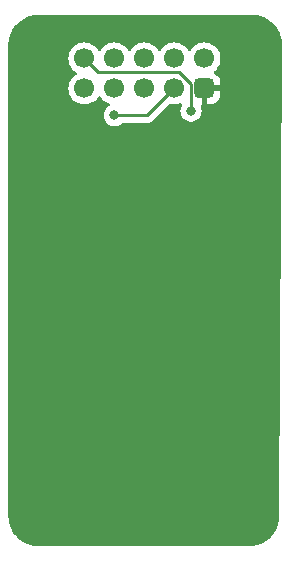
<source format=gbr>
%TF.GenerationSoftware,KiCad,Pcbnew,7.0.1-0*%
%TF.CreationDate,2023-08-23T15:06:01+02:00*%
%TF.ProjectId,ESP32SomfyPOE_rotated,45535033-3253-46f6-9d66-79504f455f72,rev?*%
%TF.SameCoordinates,Original*%
%TF.FileFunction,Copper,L2,Bot*%
%TF.FilePolarity,Positive*%
%FSLAX46Y46*%
G04 Gerber Fmt 4.6, Leading zero omitted, Abs format (unit mm)*
G04 Created by KiCad (PCBNEW 7.0.1-0) date 2023-08-23 15:06:01*
%MOMM*%
%LPD*%
G01*
G04 APERTURE LIST*
G04 Aperture macros list*
%AMRoundRect*
0 Rectangle with rounded corners*
0 $1 Rounding radius*
0 $2 $3 $4 $5 $6 $7 $8 $9 X,Y pos of 4 corners*
0 Add a 4 corners polygon primitive as box body*
4,1,4,$2,$3,$4,$5,$6,$7,$8,$9,$2,$3,0*
0 Add four circle primitives for the rounded corners*
1,1,$1+$1,$2,$3*
1,1,$1+$1,$4,$5*
1,1,$1+$1,$6,$7*
1,1,$1+$1,$8,$9*
0 Add four rect primitives between the rounded corners*
20,1,$1+$1,$2,$3,$4,$5,0*
20,1,$1+$1,$4,$5,$6,$7,0*
20,1,$1+$1,$6,$7,$8,$9,0*
20,1,$1+$1,$8,$9,$2,$3,0*%
G04 Aperture macros list end*
%TA.AperFunction,ComponentPad*%
%ADD10C,1.700000*%
%TD*%
%TA.AperFunction,ComponentPad*%
%ADD11RoundRect,0.425000X-0.425000X0.425000X-0.425000X-0.425000X0.425000X-0.425000X0.425000X0.425000X0*%
%TD*%
%TA.AperFunction,ViaPad*%
%ADD12C,0.800000*%
%TD*%
%TA.AperFunction,Conductor*%
%ADD13C,0.250000*%
%TD*%
G04 APERTURE END LIST*
D10*
%TO.P,UEXT,1,3V3*%
%TO.N,+3V3*%
X101600000Y-67056000D03*
D11*
%TO.P,UEXT,2,GND*%
%TO.N,GND*%
X101600000Y-69596000D03*
D10*
%TO.P,UEXT,3,TXD*%
%TO.N,GPIO4*%
X99060000Y-67056000D03*
%TO.P,UEXT,4,RXD*%
%TO.N,GPI36*%
X99060000Y-69596000D03*
%TO.P,UEXT,5,SCL*%
%TO.N,GPIO16*%
X96520000Y-67056000D03*
%TO.P,UEXT,6,SDA*%
%TO.N,GPIO13*%
X96520000Y-69596000D03*
%TO.P,UEXT,7,MISO*%
%TO.N,GPIO15*%
X93980000Y-67056000D03*
%TO.P,UEXT,8,MOSI*%
%TO.N,GPIO2*%
X93980000Y-69596000D03*
%TO.P,UEXT,9,SCK*%
%TO.N,GPIO14*%
X91440000Y-67056000D03*
%TO.P,UEXT,10,~{SSEL}*%
%TO.N,GPIO5*%
X91440000Y-69596000D03*
%TD*%
D12*
%TO.N,GND*%
X89662000Y-78613000D03*
X88646000Y-101219000D03*
X89662000Y-92583000D03*
X89662000Y-102235000D03*
X88646000Y-77597000D03*
X88646000Y-78613000D03*
X88646000Y-91567000D03*
X88646000Y-102235000D03*
X88646000Y-92583000D03*
X91948000Y-71628000D03*
X89662000Y-91567000D03*
X89662000Y-101219000D03*
X89662000Y-77597000D03*
%TO.N,GPIO14*%
X100457000Y-71501000D03*
%TO.N,GPI36*%
X93980000Y-71882000D03*
%TD*%
D13*
%TO.N,GPIO14*%
X99473000Y-68231000D02*
X92615000Y-68231000D01*
X100457000Y-71501000D02*
X100425000Y-71469000D01*
X100425000Y-71469000D02*
X100425000Y-69183000D01*
X100425000Y-69183000D02*
X99473000Y-68231000D01*
X92615000Y-68231000D02*
X91440000Y-67056000D01*
%TO.N,GPI36*%
X93980000Y-71882000D02*
X96774000Y-71882000D01*
X96774000Y-71882000D02*
X99060000Y-69596000D01*
%TD*%
%TA.AperFunction,Conductor*%
%TO.N,GND*%
G36*
X105642350Y-63353817D02*
G01*
X105646769Y-63354065D01*
X105754342Y-63360105D01*
X105924411Y-63370391D01*
X105937639Y-63371910D01*
X106070124Y-63394420D01*
X106071275Y-63394623D01*
X106217419Y-63421404D01*
X106229332Y-63424204D01*
X106362482Y-63462563D01*
X106364801Y-63463258D01*
X106502476Y-63506159D01*
X106512982Y-63509963D01*
X106642527Y-63563622D01*
X106645802Y-63565036D01*
X106775697Y-63623497D01*
X106784745Y-63628024D01*
X106840011Y-63658568D01*
X106908160Y-63696233D01*
X106912315Y-63698635D01*
X107033402Y-63771834D01*
X107040973Y-63776799D01*
X107156372Y-63858679D01*
X107161055Y-63862173D01*
X107272076Y-63949153D01*
X107278223Y-63954297D01*
X107327527Y-63998358D01*
X107383850Y-64048691D01*
X107388904Y-64053470D01*
X107488528Y-64153094D01*
X107493307Y-64158148D01*
X107587695Y-64263768D01*
X107592845Y-64269922D01*
X107679825Y-64380943D01*
X107683330Y-64385641D01*
X107711179Y-64424890D01*
X107765194Y-64501018D01*
X107770173Y-64508611D01*
X107813576Y-64580408D01*
X107843355Y-64629670D01*
X107845765Y-64633838D01*
X107913969Y-64757243D01*
X107918511Y-64766322D01*
X107976935Y-64896135D01*
X107978400Y-64899527D01*
X108032028Y-65028998D01*
X108035848Y-65039548D01*
X108078695Y-65177048D01*
X108079463Y-65179610D01*
X108084167Y-65195938D01*
X108117725Y-65312422D01*
X108117786Y-65312632D01*
X108120601Y-65324609D01*
X108147338Y-65470515D01*
X108147617Y-65472096D01*
X108170084Y-65604332D01*
X108171610Y-65617616D01*
X108181882Y-65787464D01*
X108181913Y-65787998D01*
X108188161Y-65899262D01*
X108188353Y-65907003D01*
X107934698Y-105751718D01*
X107934371Y-105753325D01*
X107934371Y-105799638D01*
X107934176Y-105806593D01*
X107927637Y-105922997D01*
X107927607Y-105923510D01*
X107917673Y-106088160D01*
X107916146Y-106101464D01*
X107892937Y-106238052D01*
X107892658Y-106239633D01*
X107866725Y-106381137D01*
X107863910Y-106393112D01*
X107824798Y-106528870D01*
X107824029Y-106531434D01*
X107782051Y-106666141D01*
X107778227Y-106676703D01*
X107723731Y-106808265D01*
X107722245Y-106811703D01*
X107664791Y-106939358D01*
X107660243Y-106948448D01*
X107591117Y-107073520D01*
X107588706Y-107077689D01*
X107516562Y-107197028D01*
X107511574Y-107204634D01*
X107428695Y-107321437D01*
X107425177Y-107326154D01*
X107339344Y-107435709D01*
X107334193Y-107441863D01*
X107238682Y-107548738D01*
X107233903Y-107553792D01*
X107135548Y-107652145D01*
X107130495Y-107656923D01*
X107023625Y-107752427D01*
X107017470Y-107757579D01*
X106907905Y-107843415D01*
X106903188Y-107846933D01*
X106786409Y-107929791D01*
X106778802Y-107934779D01*
X106659434Y-108006937D01*
X106655266Y-108009347D01*
X106530200Y-108078467D01*
X106521111Y-108083015D01*
X106393467Y-108140462D01*
X106390027Y-108141948D01*
X106258456Y-108196444D01*
X106247894Y-108200268D01*
X106113190Y-108242242D01*
X106110628Y-108243010D01*
X105974854Y-108282125D01*
X105962877Y-108284940D01*
X105821368Y-108310871D01*
X105819786Y-108311150D01*
X105683188Y-108334356D01*
X105669906Y-108335882D01*
X105512328Y-108345412D01*
X105511795Y-108345443D01*
X105387436Y-108352427D01*
X105380483Y-108352622D01*
X87553481Y-108352622D01*
X87546528Y-108352427D01*
X87436561Y-108346251D01*
X87436018Y-108346219D01*
X87264310Y-108335820D01*
X87251035Y-108334295D01*
X87120628Y-108312138D01*
X87119047Y-108311859D01*
X86971272Y-108284778D01*
X86959296Y-108281963D01*
X86827511Y-108243996D01*
X86824950Y-108243228D01*
X86686203Y-108199994D01*
X86675640Y-108196169D01*
X86547111Y-108142931D01*
X86543672Y-108141446D01*
X86412968Y-108082621D01*
X86403878Y-108078073D01*
X86281215Y-108010280D01*
X86277047Y-108007869D01*
X86155255Y-107934244D01*
X86147649Y-107929257D01*
X86120963Y-107910322D01*
X86032902Y-107847840D01*
X86028210Y-107844341D01*
X85959362Y-107790402D01*
X85916535Y-107756849D01*
X85910382Y-107751698D01*
X85805341Y-107657829D01*
X85800286Y-107653051D01*
X85700064Y-107552830D01*
X85695302Y-107547793D01*
X85601408Y-107442727D01*
X85596261Y-107436577D01*
X85553887Y-107382492D01*
X85508766Y-107324899D01*
X85505276Y-107320220D01*
X85423850Y-107205461D01*
X85418864Y-107197857D01*
X85346218Y-107077689D01*
X85345241Y-107076073D01*
X85342842Y-107071924D01*
X85275029Y-106949227D01*
X85270481Y-106940137D01*
X85270130Y-106939358D01*
X85211667Y-106809460D01*
X85210202Y-106806070D01*
X85156930Y-106677463D01*
X85153112Y-106666915D01*
X85109879Y-106528180D01*
X85109126Y-106525671D01*
X85071135Y-106393804D01*
X85068327Y-106381860D01*
X85041225Y-106233973D01*
X85040984Y-106232609D01*
X85018806Y-106102086D01*
X85017285Y-106088843D01*
X85006678Y-105913509D01*
X85006655Y-105913110D01*
X85000695Y-105806994D01*
X85000500Y-105800041D01*
X85000500Y-69596000D01*
X90084340Y-69596000D01*
X90104936Y-69831407D01*
X90149709Y-69998501D01*
X90166097Y-70059663D01*
X90265965Y-70273830D01*
X90401505Y-70467401D01*
X90568599Y-70634495D01*
X90762170Y-70770035D01*
X90976337Y-70869903D01*
X91204592Y-70931063D01*
X91440000Y-70951659D01*
X91675408Y-70931063D01*
X91903663Y-70869903D01*
X92117830Y-70770035D01*
X92311401Y-70634495D01*
X92478495Y-70467401D01*
X92608426Y-70281839D01*
X92652743Y-70242975D01*
X92710000Y-70228964D01*
X92767257Y-70242975D01*
X92811573Y-70281839D01*
X92941505Y-70467401D01*
X93108599Y-70634495D01*
X93302170Y-70770035D01*
X93516337Y-70869903D01*
X93516340Y-70869904D01*
X93525144Y-70874009D01*
X93569375Y-70908689D01*
X93593751Y-70959334D01*
X93593265Y-71015538D01*
X93568015Y-71065754D01*
X93537069Y-71089164D01*
X93537813Y-71090188D01*
X93374129Y-71209110D01*
X93247466Y-71349783D01*
X93152820Y-71513715D01*
X93094326Y-71693742D01*
X93074540Y-71881999D01*
X93094326Y-72070257D01*
X93152820Y-72250284D01*
X93247466Y-72414216D01*
X93374129Y-72554889D01*
X93527269Y-72666151D01*
X93700197Y-72743144D01*
X93885352Y-72782500D01*
X93885354Y-72782500D01*
X94074646Y-72782500D01*
X94074648Y-72782500D01*
X94198083Y-72756262D01*
X94259803Y-72743144D01*
X94432730Y-72666151D01*
X94585871Y-72554888D01*
X94591598Y-72548526D01*
X94633312Y-72518220D01*
X94683747Y-72507500D01*
X96691256Y-72507500D01*
X96711762Y-72509764D01*
X96714665Y-72509672D01*
X96714667Y-72509673D01*
X96781872Y-72507561D01*
X96785768Y-72507500D01*
X96813349Y-72507500D01*
X96813350Y-72507500D01*
X96817319Y-72506998D01*
X96828965Y-72506080D01*
X96872627Y-72504709D01*
X96891859Y-72499120D01*
X96910918Y-72495174D01*
X96917196Y-72494381D01*
X96930792Y-72492664D01*
X96971407Y-72476582D01*
X96982444Y-72472803D01*
X97024390Y-72460618D01*
X97041629Y-72450422D01*
X97059102Y-72441862D01*
X97077732Y-72434486D01*
X97113064Y-72408814D01*
X97122830Y-72402400D01*
X97160418Y-72380171D01*
X97160417Y-72380171D01*
X97160420Y-72380170D01*
X97174585Y-72366004D01*
X97189373Y-72353373D01*
X97205587Y-72341594D01*
X97233438Y-72307926D01*
X97241279Y-72299309D01*
X98604353Y-70936235D01*
X98659939Y-70904143D01*
X98724126Y-70904143D01*
X98824592Y-70931063D01*
X99060000Y-70951659D01*
X99295408Y-70931063D01*
X99523663Y-70869903D01*
X99523663Y-70869902D01*
X99534142Y-70867095D01*
X99534616Y-70868865D01*
X99581184Y-70860232D01*
X99640071Y-70879933D01*
X99682023Y-70925713D01*
X99696520Y-70986092D01*
X99679926Y-71045930D01*
X99629820Y-71132715D01*
X99571326Y-71312742D01*
X99551540Y-71501000D01*
X99571326Y-71689257D01*
X99629820Y-71869284D01*
X99724466Y-72033216D01*
X99851129Y-72173889D01*
X100004269Y-72285151D01*
X100177197Y-72362144D01*
X100362352Y-72401500D01*
X100362354Y-72401500D01*
X100551646Y-72401500D01*
X100551648Y-72401500D01*
X100718605Y-72366012D01*
X100736803Y-72362144D01*
X100909730Y-72285151D01*
X101062871Y-72173888D01*
X101189533Y-72033216D01*
X101284179Y-71869284D01*
X101342674Y-71689256D01*
X101362460Y-71501000D01*
X101342674Y-71312744D01*
X101284179Y-71132716D01*
X101284179Y-71132715D01*
X101283766Y-71132000D01*
X101282915Y-71128827D01*
X101280152Y-71120321D01*
X101280597Y-71120176D01*
X101267153Y-71070000D01*
X101283766Y-71008000D01*
X101329153Y-70962613D01*
X101334936Y-70961063D01*
X101350000Y-70946000D01*
X101350000Y-69846000D01*
X101850000Y-69846000D01*
X101850000Y-70946000D01*
X102089735Y-70946000D01*
X102170498Y-70939643D01*
X102358315Y-70889318D01*
X102531566Y-70801042D01*
X102682675Y-70678675D01*
X102805042Y-70527566D01*
X102893318Y-70354315D01*
X102943643Y-70166498D01*
X102950000Y-70085735D01*
X102950000Y-69846000D01*
X101850000Y-69846000D01*
X101350000Y-69846000D01*
X101350000Y-69470000D01*
X101366613Y-69408000D01*
X101412000Y-69362613D01*
X101474000Y-69346000D01*
X102950000Y-69346000D01*
X102950000Y-69106265D01*
X102943643Y-69025501D01*
X102893318Y-68837684D01*
X102805042Y-68664433D01*
X102682675Y-68513324D01*
X102531566Y-68390957D01*
X102435554Y-68342037D01*
X102388447Y-68299992D01*
X102368151Y-68240201D01*
X102379929Y-68178168D01*
X102420723Y-68129979D01*
X102471401Y-68094495D01*
X102638495Y-67927401D01*
X102774035Y-67733830D01*
X102873903Y-67519663D01*
X102935063Y-67291408D01*
X102955659Y-67056000D01*
X102935063Y-66820592D01*
X102873903Y-66592337D01*
X102774035Y-66378171D01*
X102638495Y-66184599D01*
X102471401Y-66017505D01*
X102277830Y-65881965D01*
X102063663Y-65782097D01*
X101980777Y-65759888D01*
X101835407Y-65720936D01*
X101600000Y-65700340D01*
X101364592Y-65720936D01*
X101136336Y-65782097D01*
X100922170Y-65881965D01*
X100728598Y-66017505D01*
X100561505Y-66184598D01*
X100431575Y-66370159D01*
X100387257Y-66409025D01*
X100330000Y-66423036D01*
X100272743Y-66409025D01*
X100228425Y-66370159D01*
X100098494Y-66184598D01*
X99931404Y-66017508D01*
X99931401Y-66017505D01*
X99737830Y-65881965D01*
X99523663Y-65782097D01*
X99440777Y-65759888D01*
X99295407Y-65720936D01*
X99060000Y-65700340D01*
X98824592Y-65720936D01*
X98596336Y-65782097D01*
X98382170Y-65881965D01*
X98188598Y-66017505D01*
X98021505Y-66184598D01*
X97891575Y-66370159D01*
X97847257Y-66409025D01*
X97790000Y-66423036D01*
X97732743Y-66409025D01*
X97688425Y-66370159D01*
X97558494Y-66184598D01*
X97391404Y-66017508D01*
X97391401Y-66017505D01*
X97197830Y-65881965D01*
X96983663Y-65782097D01*
X96900777Y-65759888D01*
X96755407Y-65720936D01*
X96520000Y-65700340D01*
X96284592Y-65720936D01*
X96056336Y-65782097D01*
X95842170Y-65881965D01*
X95648598Y-66017505D01*
X95481505Y-66184598D01*
X95351575Y-66370159D01*
X95307257Y-66409025D01*
X95250000Y-66423036D01*
X95192743Y-66409025D01*
X95148425Y-66370159D01*
X95018494Y-66184598D01*
X94851404Y-66017508D01*
X94851401Y-66017505D01*
X94657830Y-65881965D01*
X94443663Y-65782097D01*
X94360777Y-65759888D01*
X94215407Y-65720936D01*
X93980000Y-65700340D01*
X93744592Y-65720936D01*
X93516336Y-65782097D01*
X93302170Y-65881965D01*
X93108598Y-66017505D01*
X92941505Y-66184598D01*
X92811575Y-66370159D01*
X92767257Y-66409025D01*
X92710000Y-66423036D01*
X92652743Y-66409025D01*
X92608425Y-66370159D01*
X92478494Y-66184598D01*
X92311404Y-66017508D01*
X92311401Y-66017505D01*
X92117830Y-65881965D01*
X91903663Y-65782097D01*
X91820777Y-65759888D01*
X91675407Y-65720936D01*
X91440000Y-65700340D01*
X91204592Y-65720936D01*
X90976336Y-65782097D01*
X90762170Y-65881965D01*
X90568598Y-66017505D01*
X90401505Y-66184598D01*
X90265965Y-66378170D01*
X90166097Y-66592336D01*
X90104936Y-66820592D01*
X90084340Y-67056000D01*
X90104936Y-67291407D01*
X90149709Y-67458502D01*
X90166097Y-67519663D01*
X90265965Y-67733830D01*
X90401505Y-67927401D01*
X90568599Y-68094495D01*
X90754160Y-68224426D01*
X90793024Y-68268743D01*
X90807035Y-68326000D01*
X90793024Y-68383257D01*
X90754159Y-68427575D01*
X90568595Y-68557508D01*
X90401505Y-68724598D01*
X90265965Y-68918170D01*
X90166097Y-69132336D01*
X90104936Y-69360592D01*
X90084340Y-69596000D01*
X85000500Y-69596000D01*
X85000500Y-65906599D01*
X85000695Y-65899649D01*
X85001688Y-65881964D01*
X85006878Y-65789530D01*
X85017300Y-65617406D01*
X85018822Y-65604161D01*
X85041018Y-65473523D01*
X85041214Y-65472409D01*
X85068341Y-65324374D01*
X85071145Y-65312445D01*
X85109163Y-65180479D01*
X85109878Y-65178096D01*
X85153120Y-65039327D01*
X85156932Y-65028794D01*
X85210249Y-64900073D01*
X85211634Y-64896869D01*
X85270503Y-64766066D01*
X85275034Y-64757010D01*
X85342855Y-64634295D01*
X85345205Y-64630232D01*
X85418889Y-64508342D01*
X85423843Y-64500785D01*
X85505279Y-64386011D01*
X85508776Y-64381325D01*
X85596299Y-64269608D01*
X85601353Y-64263569D01*
X85695343Y-64158392D01*
X85700019Y-64153447D01*
X85800323Y-64053142D01*
X85805286Y-64048450D01*
X85910419Y-63954496D01*
X85916518Y-63949391D01*
X86028237Y-63861865D01*
X86032863Y-63858414D01*
X86147690Y-63776940D01*
X86155211Y-63772007D01*
X86277094Y-63698326D01*
X86281165Y-63695972D01*
X86403909Y-63628134D01*
X86412933Y-63623618D01*
X86543727Y-63564752D01*
X86547016Y-63563332D01*
X86675672Y-63510040D01*
X86686186Y-63506233D01*
X86825053Y-63462961D01*
X86827348Y-63462272D01*
X86959330Y-63424248D01*
X86971239Y-63421449D01*
X87119204Y-63394333D01*
X87120409Y-63394120D01*
X87251046Y-63371924D01*
X87264277Y-63370404D01*
X87439481Y-63359807D01*
X87439832Y-63359786D01*
X87546125Y-63353817D01*
X87553079Y-63353622D01*
X105635400Y-63353622D01*
X105642350Y-63353817D01*
G37*
%TD.AperFunction*%
%TD*%
M02*

</source>
